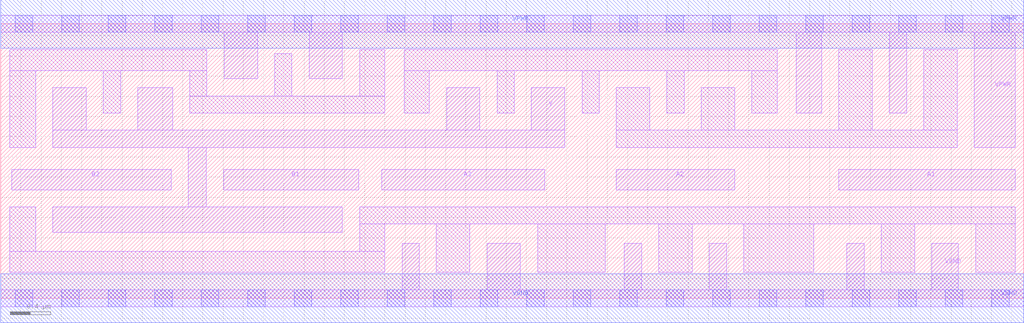
<source format=lef>
# Copyright 2020 The SkyWater PDK Authors
#
# Licensed under the Apache License, Version 2.0 (the "License");
# you may not use this file except in compliance with the License.
# You may obtain a copy of the License at
#
#     https://www.apache.org/licenses/LICENSE-2.0
#
# Unless required by applicable law or agreed to in writing, software
# distributed under the License is distributed on an "AS IS" BASIS,
# WITHOUT WARRANTIES OR CONDITIONS OF ANY KIND, either express or implied.
# See the License for the specific language governing permissions and
# limitations under the License.
#
# SPDX-License-Identifier: Apache-2.0

VERSION 5.7 ;
  NAMESCASESENSITIVE ON ;
  NOWIREEXTENSIONATPIN ON ;
  DIVIDERCHAR "/" ;
  BUSBITCHARS "[]" ;
UNITS
  DATABASE MICRONS 200 ;
END UNITS
MACRO sky130_fd_sc_hd__o32ai_4
  CLASS CORE ;
  SOURCE USER ;
  FOREIGN sky130_fd_sc_hd__o32ai_4 ;
  ORIGIN  0.000000  0.000000 ;
  SIZE  10.12000 BY  2.720000 ;
  SYMMETRY X Y R90 ;
  SITE unithd ;
  PIN A1
    ANTENNAGATEAREA  0.990000 ;
    DIRECTION INPUT ;
    USE SIGNAL ;
    PORT
      LAYER li1 ;
        RECT 8.290000 1.075000 10.035000 1.275000 ;
    END
  END A1
  PIN A2
    ANTENNAGATEAREA  0.990000 ;
    DIRECTION INPUT ;
    USE SIGNAL ;
    PORT
      LAYER li1 ;
        RECT 6.090000 1.075000 7.260000 1.275000 ;
    END
  END A2
  PIN A3
    ANTENNAGATEAREA  0.990000 ;
    DIRECTION INPUT ;
    USE SIGNAL ;
    PORT
      LAYER li1 ;
        RECT 3.770000 1.075000 5.380000 1.275000 ;
    END
  END A3
  PIN B1
    ANTENNAGATEAREA  0.990000 ;
    DIRECTION INPUT ;
    USE SIGNAL ;
    PORT
      LAYER li1 ;
        RECT 2.205000 1.075000 3.540000 1.275000 ;
    END
  END B1
  PIN B2
    ANTENNAGATEAREA  0.990000 ;
    DIRECTION INPUT ;
    USE SIGNAL ;
    PORT
      LAYER li1 ;
        RECT 0.110000 1.075000 1.685000 1.275000 ;
    END
  END B2
  PIN Y
    ANTENNADIFFAREA  1.782000 ;
    DIRECTION OUTPUT ;
    USE SIGNAL ;
    PORT
      LAYER li1 ;
        RECT 0.515000 0.655000 3.380000 0.905000 ;
        RECT 0.515000 1.495000 5.580000 1.665000 ;
        RECT 0.515000 1.665000 0.845000 2.085000 ;
        RECT 1.355000 1.665000 1.700000 2.085000 ;
        RECT 1.855000 0.905000 2.035000 1.495000 ;
        RECT 4.410000 1.665000 4.740000 2.085000 ;
        RECT 5.250000 1.665000 5.580000 2.085000 ;
    END
  END Y
  PIN VGND
    DIRECTION INOUT ;
    SHAPE ABUTMENT ;
    USE GROUND ;
    PORT
      LAYER li1 ;
        RECT 0.000000 -0.085000 10.120000 0.085000 ;
        RECT 3.970000  0.085000  4.140000 0.545000 ;
        RECT 4.810000  0.085000  5.140000 0.545000 ;
        RECT 6.170000  0.085000  6.340000 0.545000 ;
        RECT 7.010000  0.085000  7.180000 0.545000 ;
        RECT 8.370000  0.085000  8.540000 0.545000 ;
        RECT 9.210000  0.085000  9.470000 0.545000 ;
      LAYER mcon ;
        RECT 0.145000 -0.085000 0.315000 0.085000 ;
        RECT 0.605000 -0.085000 0.775000 0.085000 ;
        RECT 1.065000 -0.085000 1.235000 0.085000 ;
        RECT 1.525000 -0.085000 1.695000 0.085000 ;
        RECT 1.985000 -0.085000 2.155000 0.085000 ;
        RECT 2.445000 -0.085000 2.615000 0.085000 ;
        RECT 2.905000 -0.085000 3.075000 0.085000 ;
        RECT 3.365000 -0.085000 3.535000 0.085000 ;
        RECT 3.825000 -0.085000 3.995000 0.085000 ;
        RECT 4.285000 -0.085000 4.455000 0.085000 ;
        RECT 4.745000 -0.085000 4.915000 0.085000 ;
        RECT 5.205000 -0.085000 5.375000 0.085000 ;
        RECT 5.665000 -0.085000 5.835000 0.085000 ;
        RECT 6.125000 -0.085000 6.295000 0.085000 ;
        RECT 6.585000 -0.085000 6.755000 0.085000 ;
        RECT 7.045000 -0.085000 7.215000 0.085000 ;
        RECT 7.505000 -0.085000 7.675000 0.085000 ;
        RECT 7.965000 -0.085000 8.135000 0.085000 ;
        RECT 8.425000 -0.085000 8.595000 0.085000 ;
        RECT 8.885000 -0.085000 9.055000 0.085000 ;
        RECT 9.345000 -0.085000 9.515000 0.085000 ;
        RECT 9.805000 -0.085000 9.975000 0.085000 ;
      LAYER met1 ;
        RECT 0.000000 -0.240000 10.120000 0.240000 ;
    END
  END VGND
  PIN VPWR
    DIRECTION INOUT ;
    SHAPE ABUTMENT ;
    USE POWER ;
    PORT
      LAYER li1 ;
        RECT 0.000000 2.635000 10.120000 2.805000 ;
        RECT 2.210000 2.175000  2.540000 2.635000 ;
        RECT 3.050000 2.175000  3.380000 2.635000 ;
        RECT 7.870000 1.835000  8.120000 2.635000 ;
        RECT 8.790000 1.835000  8.960000 2.635000 ;
        RECT 9.630000 1.495000 10.035000 2.635000 ;
      LAYER mcon ;
        RECT 0.145000 2.635000 0.315000 2.805000 ;
        RECT 0.605000 2.635000 0.775000 2.805000 ;
        RECT 1.065000 2.635000 1.235000 2.805000 ;
        RECT 1.525000 2.635000 1.695000 2.805000 ;
        RECT 1.985000 2.635000 2.155000 2.805000 ;
        RECT 2.445000 2.635000 2.615000 2.805000 ;
        RECT 2.905000 2.635000 3.075000 2.805000 ;
        RECT 3.365000 2.635000 3.535000 2.805000 ;
        RECT 3.825000 2.635000 3.995000 2.805000 ;
        RECT 4.285000 2.635000 4.455000 2.805000 ;
        RECT 4.745000 2.635000 4.915000 2.805000 ;
        RECT 5.205000 2.635000 5.375000 2.805000 ;
        RECT 5.665000 2.635000 5.835000 2.805000 ;
        RECT 6.125000 2.635000 6.295000 2.805000 ;
        RECT 6.585000 2.635000 6.755000 2.805000 ;
        RECT 7.045000 2.635000 7.215000 2.805000 ;
        RECT 7.505000 2.635000 7.675000 2.805000 ;
        RECT 7.965000 2.635000 8.135000 2.805000 ;
        RECT 8.425000 2.635000 8.595000 2.805000 ;
        RECT 8.885000 2.635000 9.055000 2.805000 ;
        RECT 9.345000 2.635000 9.515000 2.805000 ;
        RECT 9.805000 2.635000 9.975000 2.805000 ;
      LAYER met1 ;
        RECT 0.000000 2.480000 10.120000 2.960000 ;
    END
  END VPWR
  OBS
    LAYER li1 ;
      RECT 0.090000 0.255000  3.800000 0.465000 ;
      RECT 0.090000 0.465000  0.345000 0.905000 ;
      RECT 0.090000 1.495000  0.345000 2.255000 ;
      RECT 0.090000 2.255000  2.040000 2.465000 ;
      RECT 1.015000 1.835000  1.185000 2.255000 ;
      RECT 1.870000 1.835000  3.800000 2.005000 ;
      RECT 1.870000 2.005000  2.040000 2.255000 ;
      RECT 2.710000 2.005000  2.880000 2.425000 ;
      RECT 3.550000 0.465000  3.800000 0.735000 ;
      RECT 3.550000 0.735000 10.035000 0.905000 ;
      RECT 3.550000 2.005000  3.800000 2.465000 ;
      RECT 3.990000 1.835000  4.240000 2.255000 ;
      RECT 3.990000 2.255000  7.680000 2.465000 ;
      RECT 4.310000 0.255000  4.640000 0.735000 ;
      RECT 4.910000 1.835000  5.080000 2.255000 ;
      RECT 5.310000 0.255000  5.980000 0.735000 ;
      RECT 5.750000 1.835000  5.920000 2.255000 ;
      RECT 6.090000 1.495000  9.460000 1.665000 ;
      RECT 6.090000 1.665000  6.420000 2.085000 ;
      RECT 6.510000 0.255000  6.840000 0.735000 ;
      RECT 6.590000 1.835000  6.760000 2.255000 ;
      RECT 6.930000 1.665000  7.260000 2.085000 ;
      RECT 7.350000 0.255000  8.040000 0.735000 ;
      RECT 7.430000 1.835000  7.680000 2.255000 ;
      RECT 8.290000 1.665000  8.620000 2.465000 ;
      RECT 8.710000 0.255000  9.040000 0.735000 ;
      RECT 9.130000 1.665000  9.460000 2.465000 ;
      RECT 9.645000 0.255000 10.035000 0.735000 ;
  END
END sky130_fd_sc_hd__o32ai_4
END LIBRARY

</source>
